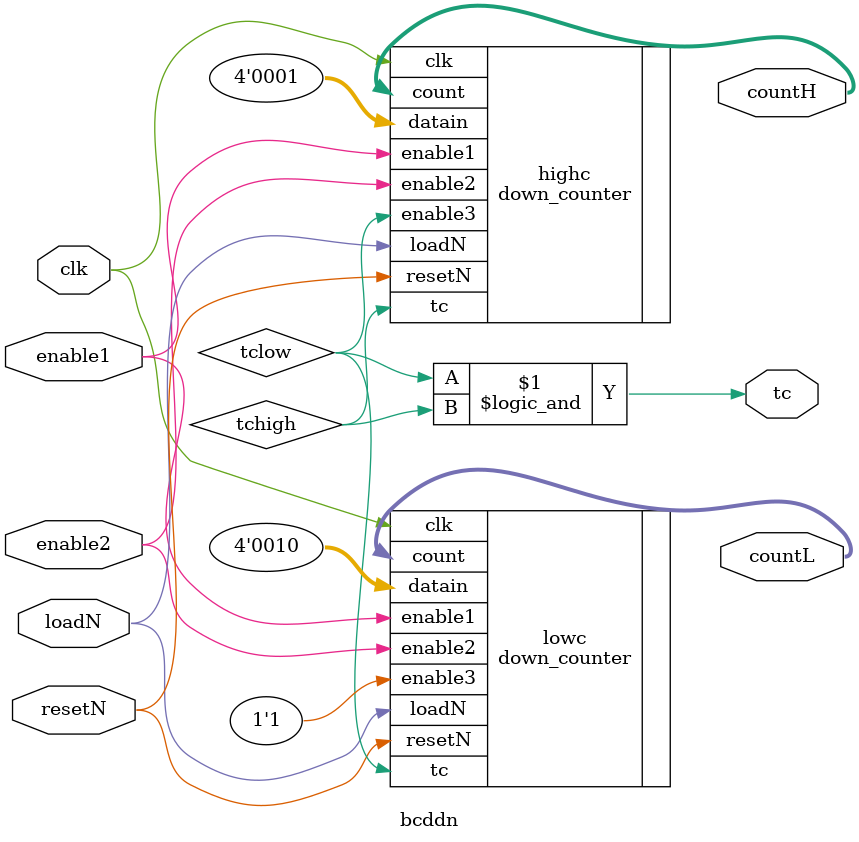
<source format=sv>



module bcddn
	(
	input  logic clk, 
	input  logic resetN, 
	input  logic loadN, 
	input  logic enable1, 
	input  logic enable2, 
	
	output logic [3:0] countL, 
	output logic [3:0] countH,
	output logic tc
   );

// Parameters defined as external, here with a default value - to be updated 
// in the upper hierarchy file with the actial bomb down counting values
// -----------------------------------------------------------
	parameter  logic [3:0] datainL = 4'h2 ; 
	parameter  logic [3:0] datainH = 4'h1 ;
// -----------------------------------------------------------
	
	logic  tclow, tchigh;// internal variables terminal count 
	
// Low counter instantiation
	down_counter lowc(.clk(clk), 
							.resetN(resetN),
							.loadN(loadN),	
							.enable1(enable1), 
							.enable2(enable2),
							.enable3(1'b1), 	
							.datain(datainL), 
							.count(countL), 
							.tc(tclow) );
	
// High counter instantiation
	down_counter highc(.clk(clk), 
							.resetN(resetN),
							.loadN(loadN),	
							.enable1(enable1), 
							.enable2(enable2),
							.enable3(tclow), 	
							.datain(datainH), 
							.count(countH), 
							.tc(tchigh) );    
							 
	

 
	assign tc = (tclow && tchigh);  
					

	
endmodule

</source>
